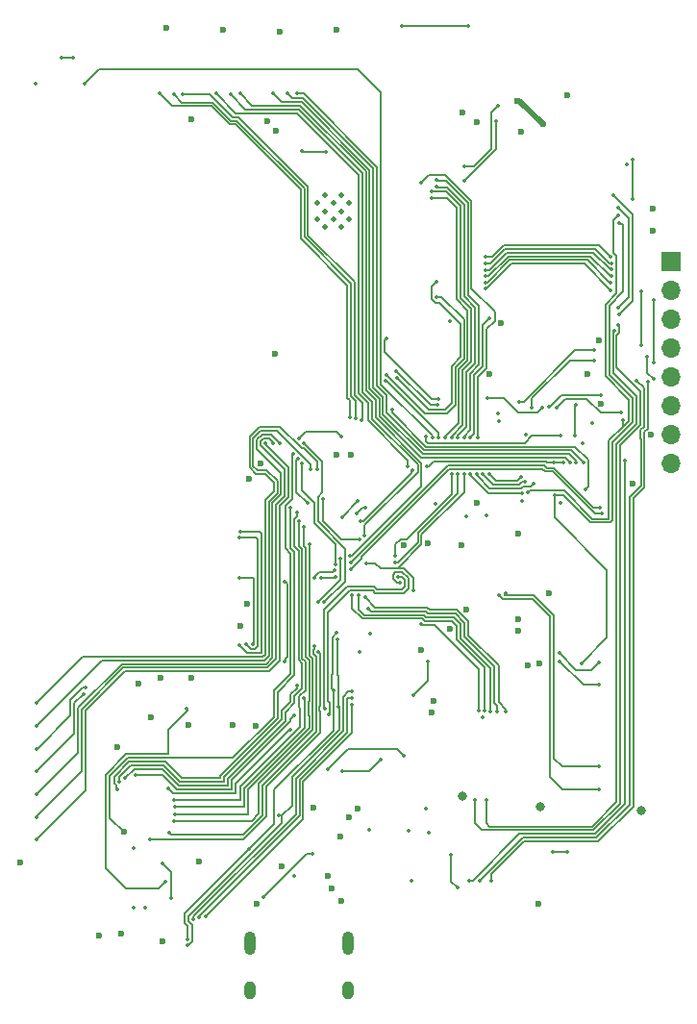
<source format=gbr>
%TF.GenerationSoftware,KiCad,Pcbnew,7.0.5*%
%TF.CreationDate,2023-10-05T13:47:36-07:00*%
%TF.ProjectId,EV9.5 Board Design,4556392e-3520-4426-9f61-726420446573,EV9*%
%TF.SameCoordinates,Original*%
%TF.FileFunction,Copper,L4,Bot*%
%TF.FilePolarity,Positive*%
%FSLAX46Y46*%
G04 Gerber Fmt 4.6, Leading zero omitted, Abs format (unit mm)*
G04 Created by KiCad (PCBNEW 7.0.5) date 2023-10-05 13:47:36*
%MOMM*%
%LPD*%
G01*
G04 APERTURE LIST*
%TA.AperFunction,ComponentPad*%
%ADD10R,1.700000X1.700000*%
%TD*%
%TA.AperFunction,ComponentPad*%
%ADD11O,1.700000X1.700000*%
%TD*%
%TA.AperFunction,ComponentPad*%
%ADD12C,0.500000*%
%TD*%
%TA.AperFunction,ComponentPad*%
%ADD13O,1.000000X2.100000*%
%TD*%
%TA.AperFunction,ComponentPad*%
%ADD14O,1.000000X1.600000*%
%TD*%
%TA.AperFunction,ViaPad*%
%ADD15C,0.600000*%
%TD*%
%TA.AperFunction,ViaPad*%
%ADD16C,0.350000*%
%TD*%
%TA.AperFunction,ViaPad*%
%ADD17C,0.800000*%
%TD*%
%TA.AperFunction,Conductor*%
%ADD18C,0.127000*%
%TD*%
%TA.AperFunction,Conductor*%
%ADD19C,0.500000*%
%TD*%
G04 APERTURE END LIST*
D10*
%TO.P,J4,1,Pin_1*%
%TO.N,/DISP_BL*%
X183087500Y-79885000D03*
D11*
%TO.P,J4,2,Pin_2*%
%TO.N,/DISP_RSTR*%
X183087500Y-82425000D03*
%TO.P,J4,3,Pin_3*%
%TO.N,/DISP_DC*%
X183087500Y-84965000D03*
%TO.P,J4,4,Pin_4*%
%TO.N,/DISP_CS*%
X183087500Y-87505000D03*
%TO.P,J4,5,Pin_5*%
%TO.N,/DISP_SPI_SCK*%
X183087500Y-90045000D03*
%TO.P,J4,6,Pin_6*%
%TO.N,/DISP_SPI_MOSI*%
X183087500Y-92585000D03*
%TO.P,J4,7,Pin_7*%
%TO.N,GND*%
X183087500Y-95125000D03*
%TO.P,J4,8,Pin_8*%
%TO.N,/VIN*%
X183087500Y-97665000D03*
%TD*%
D12*
%TO.P,U11,41*%
%TO.N,N/C*%
X151925000Y-74760000D03*
X151925000Y-76160000D03*
X152625000Y-74060000D03*
X152625000Y-75460000D03*
X152625000Y-76860000D03*
X153325000Y-74760000D03*
X153325000Y-76160000D03*
X154025000Y-74060000D03*
X154025000Y-75460000D03*
X154025000Y-76860000D03*
X154725000Y-74760000D03*
X154725000Y-76160000D03*
%TD*%
D13*
%TO.P,J9,S1,SHIELD*%
%TO.N,unconnected-(J9-SHIELD-PadS1)*%
X145967500Y-139916000D03*
D14*
X145967500Y-144096000D03*
D13*
X154607500Y-139916000D03*
D14*
X154607500Y-144096000D03*
%TD*%
D15*
%TO.N,+BATT*%
X144500000Y-120700000D03*
X136200000Y-117100000D03*
%TO.N,GND*%
X146500000Y-120800000D03*
D16*
%TO.N,/UI_SWDIO*%
X149052869Y-115108394D03*
%TO.N,/UI_SDA*%
X145905559Y-131605559D03*
D15*
%TO.N,Net-(D10-K)*%
X173910000Y-65250000D03*
X132660000Y-139270000D03*
D16*
%TO.N,/UI_DBG4*%
X145092974Y-104227044D03*
%TO.N,/UI_DBG3*%
X145140000Y-103680000D03*
X145095541Y-113668944D03*
%TO.N,/UI_DBG4*%
X145643910Y-113633664D03*
%TO.N,Net-(U1-PA12)*%
X145040000Y-107720000D03*
X146220287Y-113595000D03*
X138280000Y-132910000D03*
X139039500Y-135951500D03*
%TO.N,/UI_SCL*%
X153679500Y-113180000D03*
%TO.N,/UI_STAT*%
X172732224Y-97630500D03*
X173608724Y-97631867D03*
X160289115Y-98304115D03*
X161560000Y-97938000D03*
X155745287Y-102805287D03*
%TO.N,/MGMT_BOOT*%
X179028417Y-97417261D03*
X178872000Y-93860000D03*
X165260000Y-134404500D03*
X178429000Y-75861713D03*
X170490092Y-100207932D03*
D15*
%TO.N,+3.3VA*%
X169637500Y-112375000D03*
X163607500Y-112245000D03*
X170487500Y-115435000D03*
X161688500Y-104725500D03*
D16*
%TO.N,+3.3V*%
X165075500Y-102300000D03*
X156610000Y-112670000D03*
D15*
X164716000Y-66806500D03*
D16*
X173352000Y-101175500D03*
X161495000Y-128065000D03*
D15*
X148237000Y-68375000D03*
X162137500Y-118575000D03*
D17*
X171574000Y-127925000D03*
D15*
X155492500Y-128050000D03*
X148637500Y-59665000D03*
D16*
X166446962Y-120075538D03*
X161700000Y-130190000D03*
X162294936Y-101214500D03*
D15*
X181480000Y-75282500D03*
D16*
X160237500Y-134425000D03*
D15*
X138627500Y-59345000D03*
D16*
X167870000Y-93260000D03*
X135727878Y-136838556D03*
D15*
X134637500Y-139115000D03*
X176737000Y-86837500D03*
X143637500Y-59465000D03*
X145768287Y-110070000D03*
X153637500Y-59505000D03*
D16*
X176137500Y-94125000D03*
X166837500Y-102275000D03*
D15*
X145920000Y-99050000D03*
D16*
X169937500Y-100975000D03*
D15*
X153600000Y-96900000D03*
D16*
X136757500Y-136799500D03*
D15*
%TO.N,VBUS*%
X153197500Y-135115000D03*
X148800000Y-133125000D03*
X134300000Y-122700000D03*
D16*
X159987500Y-130025000D03*
D15*
%TO.N,GND*%
X175700000Y-89795000D03*
D16*
X149921225Y-133974500D03*
D15*
X154737500Y-128835000D03*
X169649706Y-111417206D03*
X146617500Y-136495000D03*
X162027997Y-119574503D03*
X151570500Y-127985023D03*
X169635000Y-103875000D03*
X148200000Y-88010000D03*
X125738000Y-132793750D03*
X181267500Y-95125000D03*
D17*
X164716000Y-126992000D03*
D15*
X171457500Y-115335000D03*
D16*
X167880000Y-93930000D03*
D15*
X171427500Y-136495000D03*
D16*
X179157500Y-71366000D03*
D15*
X154871898Y-96928102D03*
D16*
X170270000Y-95130000D03*
D15*
X138272313Y-139748000D03*
X140800000Y-67387500D03*
D16*
X156525500Y-129975000D03*
D15*
X141500000Y-132700000D03*
X164600000Y-104900000D03*
D16*
X135772500Y-131540000D03*
D15*
X145170000Y-112000000D03*
X181480000Y-77208000D03*
D17*
X180464000Y-128262000D03*
D15*
X140600000Y-120700000D03*
X159500000Y-104900000D03*
D16*
X155680000Y-114300000D03*
D15*
X140800000Y-116563000D03*
D16*
X127124000Y-64254000D03*
D15*
X167087500Y-89785000D03*
X165938378Y-101141541D03*
X165986000Y-67599500D03*
X146900000Y-97725000D03*
X147500000Y-67500000D03*
X154037500Y-136245000D03*
X161087500Y-114095000D03*
X138100000Y-116600000D03*
X137300000Y-120010000D03*
D16*
X175288000Y-95875000D03*
D15*
X176887000Y-92448000D03*
X172291250Y-109071250D03*
X152887500Y-134038000D03*
X165077500Y-110575000D03*
%TO.N,/VIN*%
X168100000Y-85300000D03*
X153957500Y-130555000D03*
X169837500Y-68435000D03*
X179717500Y-99450000D03*
D16*
%TO.N,/UI_SDA*%
X140462000Y-139565000D03*
X153610000Y-112624500D03*
X153327000Y-117631830D03*
%TO.N,/UI_SCL*%
X140462000Y-140114503D03*
X148538000Y-128700000D03*
X153765000Y-119130000D03*
%TO.N,/MCLK*%
X166098551Y-119450538D03*
X161029141Y-111844115D03*
X164831735Y-98611500D03*
X173352000Y-95242000D03*
X160363000Y-108824500D03*
X156249542Y-106456047D03*
X161480098Y-95329277D03*
%TO.N,/MGMT_NRST*%
X172787500Y-100500500D03*
X179722000Y-74414000D03*
X175197500Y-115265000D03*
X163717500Y-132165500D03*
X179722000Y-70891500D03*
X164247500Y-135035000D03*
X159382000Y-59174000D03*
X165224000Y-59174000D03*
X178473000Y-76500000D03*
%TO.N,/IN_3*%
X154994000Y-118923000D03*
X142087500Y-137595000D03*
X160357787Y-118100000D03*
X161612000Y-115115000D03*
%TO.N,/NET_RST*%
X166032500Y-95370000D03*
X161035000Y-73000000D03*
X150583839Y-70183839D03*
X152715713Y-70215713D03*
%TO.N,/UI_RST*%
X164282232Y-98611500D03*
X158800000Y-106400000D03*
%TO.N,/MIC_P*%
X140997500Y-137795000D03*
X154968365Y-117779800D03*
%TO.N,/LEDA_R*%
X174156692Y-97590822D03*
X148013000Y-65100000D03*
%TO.N,/DISP_BL*%
X150548204Y-97651087D03*
X177813367Y-80065838D03*
X153494000Y-106535401D03*
X166700000Y-80077145D03*
%TO.N,/DISP_RSTR*%
X181527500Y-83275000D03*
X181527500Y-88755000D03*
X177764713Y-81735287D03*
X166700000Y-81750497D03*
%TO.N,/LEDA_G*%
X174706194Y-97589729D03*
X149262000Y-65100000D03*
%TO.N,/LEDA_B*%
X150100000Y-65100000D03*
X175331261Y-97595369D03*
%TO.N,/KB_COL3*%
X149559500Y-121104643D03*
X138800000Y-126307000D03*
X152889000Y-119800000D03*
X159159925Y-108217153D03*
%TO.N,/KB_COL4*%
X159000000Y-107691437D03*
X152562000Y-119259001D03*
%TO.N,/DISP_DC*%
X166700000Y-80626644D03*
X177796668Y-80615087D03*
%TO.N,/DISP_CS*%
X150182077Y-97241326D03*
X180447500Y-87305000D03*
X177759286Y-79519004D03*
X180437109Y-82512104D03*
X151070993Y-101179806D03*
X166700000Y-79500000D03*
%TO.N,/DISP_SPI_SCK*%
X166700000Y-82300000D03*
X177734779Y-82479257D03*
%TO.N,/DISP_SPI_MOSI*%
X181562911Y-90264103D03*
X177813193Y-81164341D03*
X180997500Y-88327000D03*
X166700000Y-81200994D03*
%TO.N,/NET_TX0_MGMT*%
X166832002Y-127300500D03*
X178438038Y-83989536D03*
X164830634Y-95382208D03*
X178392500Y-75126500D03*
X178065000Y-86000000D03*
X167850000Y-66170000D03*
X164900000Y-71500000D03*
X162438000Y-72743625D03*
%TO.N,/KB_MIC*%
X149793497Y-96852792D03*
D15*
X134857500Y-130145000D03*
D16*
%TO.N,/NET_RX0_MGMT*%
X167100000Y-98611500D03*
X165832002Y-127300500D03*
X178473000Y-84574000D03*
X169858336Y-98862323D03*
X164281276Y-95394775D03*
X178432000Y-85465000D03*
X162438000Y-73293128D03*
X164900000Y-72800000D03*
X167704963Y-67564463D03*
X177954500Y-74040000D03*
%TO.N,/KB_ROW5*%
X139338367Y-129196376D03*
X151208392Y-104762595D03*
%TO.N,/KB_ROW1*%
X134338500Y-126410414D03*
X149580000Y-101568500D03*
%TO.N,/KB_ROW2*%
X134993235Y-125394183D03*
X150139063Y-102020937D03*
%TO.N,/KB_ROW3*%
X150310000Y-102760000D03*
X139338232Y-127338232D03*
%TO.N,/MIC_N*%
X154994000Y-118373592D03*
X141543070Y-137669494D03*
%TO.N,/KB_ROW4*%
X150750000Y-103240000D03*
X139357658Y-128557659D03*
%TO.N,/KB_ROW6*%
X151695000Y-113764883D03*
X138902308Y-130200000D03*
%TO.N,/KB_ROW7*%
X137217500Y-130825000D03*
X152022000Y-114280000D03*
%TO.N,/LEDB_R*%
X158478724Y-92977000D03*
X154771873Y-93625025D03*
X175513000Y-99975500D03*
X138013000Y-65100000D03*
%TO.N,/LEDB_G*%
X155319389Y-93665912D03*
X139262000Y-65200000D03*
%TO.N,Net-(D11-K)*%
X138579500Y-134479500D03*
X140400000Y-119300000D03*
X147190000Y-135870500D03*
X151508000Y-132072000D03*
%TO.N,/LEDB_B*%
X155825500Y-93879932D03*
X140100000Y-65200000D03*
%TO.N,/SPK_LN*%
X176762000Y-117195000D03*
X173237500Y-115105000D03*
%TO.N,/SPK_LP*%
X176762000Y-115175000D03*
X173247500Y-114395000D03*
%TO.N,/HP_R*%
X168533334Y-109146500D03*
X176762000Y-124375000D03*
%TO.N,/HP_L*%
X167947500Y-109255000D03*
X176762000Y-126375000D03*
%TO.N,/KB_COL5*%
X150764000Y-118369744D03*
X139357658Y-127938232D03*
%TO.N,/KB_COL2*%
X149879287Y-119841287D03*
X135889344Y-125117500D03*
D15*
%TO.N,Net-(J15-Pin_2)*%
X169487500Y-65725000D03*
X171817500Y-67835000D03*
D16*
%TO.N,/BTN_RST*%
X169951773Y-100318227D03*
X165381153Y-98619980D03*
X162038463Y-95369830D03*
X131442000Y-64254000D03*
%TO.N,/BTN_UI*%
X166490792Y-98611500D03*
X170220000Y-99295000D03*
X162000000Y-73750497D03*
X163731808Y-95388692D03*
%TO.N,/BTN_NET*%
X165930655Y-98620082D03*
X129410000Y-61968000D03*
X163182486Y-95402752D03*
X170987213Y-99442787D03*
X130426000Y-61968000D03*
X162000000Y-74300000D03*
%TO.N,/KB_COL1*%
X150110000Y-117200000D03*
X134491860Y-125668536D03*
%TO.N,/UI_BOOT*%
X152541919Y-109905499D03*
X150762000Y-95900000D03*
X157938000Y-90427000D03*
X162587906Y-95377906D03*
%TO.N,/UI_DBG1*%
X127168000Y-118800000D03*
X151912000Y-98210000D03*
%TO.N,/UI_LED_B*%
X151992417Y-109905988D03*
X145100000Y-65100000D03*
X153932000Y-106080000D03*
X154808861Y-105833361D03*
%TO.N,/NET_STAT*%
X174725500Y-92515962D03*
X158000000Y-86700000D03*
X162560000Y-91970000D03*
X174622000Y-95242000D03*
%TO.N,/UI_LED_G*%
X156100000Y-104050000D03*
X144262000Y-65200000D03*
%TO.N,/UI_TX1_MGMT*%
X153494000Y-107633929D03*
X154845500Y-107034396D03*
X152237350Y-107721367D03*
X177010000Y-102120000D03*
%TO.N,/UI_RX1_MGMT*%
X153478110Y-107084656D03*
X176780000Y-101550000D03*
X154845500Y-106415607D03*
X151687848Y-107721868D03*
%TO.N,/NET_BOOT*%
X167098500Y-84868934D03*
X165380000Y-95370000D03*
X163575787Y-85124213D03*
%TO.N,/UI_LED_R*%
X159892747Y-97923530D03*
X158800000Y-105800000D03*
X143013000Y-65120000D03*
X163732729Y-98611500D03*
%TO.N,/UI_DBG2*%
X151362621Y-98198360D03*
X127200000Y-120800000D03*
%TO.N,/UI_DBG3*%
X127200000Y-122800000D03*
X131490000Y-117412839D03*
%TO.N,/UI_DBG4*%
X127200000Y-124800000D03*
X131330000Y-117990000D03*
%TO.N,/MGMT_DBG7*%
X127200000Y-130800000D03*
X147374933Y-95904933D03*
X162534935Y-92518931D03*
X166929713Y-91959713D03*
X158884993Y-89515007D03*
X171757500Y-92765000D03*
%TO.N,/NET_DBG5*%
X158014569Y-89882858D03*
X162400000Y-83000000D03*
X127200000Y-126800000D03*
X148619352Y-95920983D03*
%TO.N,/NET_DBG6*%
X127200000Y-128800000D03*
X148004190Y-95922909D03*
X158925279Y-90174720D03*
X162400000Y-81700000D03*
%TO.N,/MGMT_SWDIO*%
X176275500Y-88595000D03*
X180057500Y-90415000D03*
X170807500Y-92787000D03*
X166237500Y-134405000D03*
%TO.N,/MGMT_SWCLK*%
X176275500Y-87685745D03*
X181055237Y-90474389D03*
X167267500Y-134405000D03*
X169700000Y-92230500D03*
%TO.N,/I2S_DACLRC*%
X155578859Y-109295000D03*
X167192939Y-119538388D03*
X155662000Y-104400500D03*
X152413000Y-100852306D03*
%TO.N,/UI_SWDIO*%
X172660573Y-131870000D03*
X149058787Y-108091787D03*
X173920000Y-131870000D03*
%TO.N,/UI_TX1_NET*%
X155385218Y-102054778D03*
X156140000Y-101570000D03*
%TO.N,/BOOT1*%
X154028212Y-95300000D03*
X150300000Y-95500000D03*
%TO.N,/UI_RX1_NET*%
X155509403Y-100944932D03*
X154128152Y-102390380D03*
%TO.N,/I2S_BCLK*%
X154959979Y-109295000D03*
X166647709Y-119469995D03*
%TO.N,/I2S_ADCDAT*%
X168527500Y-119515000D03*
X156120000Y-109490000D03*
%TO.N,/I2S_DACDAT*%
X167741086Y-119499818D03*
X156399308Y-110443192D03*
%TO.N,/USB_TX1_MGMT*%
X152817500Y-124635000D03*
X172336000Y-92702000D03*
X176908000Y-91686000D03*
X159527500Y-123417000D03*
%TO.N,/USB_RX1_MGMT*%
X178683000Y-93210000D03*
X154097500Y-124765000D03*
X172972781Y-92789278D03*
X157486000Y-123757000D03*
%TD*%
D18*
%TO.N,/LEDA_R*%
X148778500Y-65865500D02*
X148013000Y-65100000D01*
X150540604Y-65865500D02*
X148778500Y-65865500D01*
X156519000Y-71843896D02*
X150540604Y-65865500D01*
X156519000Y-91104889D02*
X156519000Y-71843896D01*
X157386224Y-93498620D02*
X157386224Y-91972113D01*
X173792500Y-97192500D02*
X161080104Y-97192500D01*
X157386224Y-91972113D02*
X156519000Y-91104889D01*
X174156692Y-97556692D02*
X173792500Y-97192500D01*
X161080104Y-97192500D02*
X157386224Y-93498620D01*
X174156692Y-97590822D02*
X174156692Y-97556692D01*
%TO.N,/DISP_BL*%
X150548204Y-100038204D02*
X150548204Y-97651087D01*
X151638520Y-101128520D02*
X150548204Y-100038204D01*
X151638520Y-102938520D02*
X151638520Y-101128520D01*
X153494000Y-104794000D02*
X151638520Y-102938520D01*
X153494000Y-106535401D02*
X153494000Y-104794000D01*
%TO.N,/I2S_DACLRC*%
X152413000Y-102770552D02*
X152413000Y-100852306D01*
X154042948Y-104400500D02*
X152413000Y-102770552D01*
X155662000Y-104400500D02*
X154042948Y-104400500D01*
%TO.N,/UI_BOOT*%
X151974500Y-100625500D02*
X152350000Y-100250000D01*
X152350000Y-97488000D02*
X150762000Y-95900000D01*
X151974500Y-102794500D02*
X151974500Y-100625500D01*
X152350000Y-100250000D02*
X152350000Y-97488000D01*
X154370000Y-108077418D02*
X154370000Y-105190000D01*
X152541919Y-109905499D02*
X154370000Y-108077418D01*
X154370000Y-105190000D02*
X151974500Y-102794500D01*
%TO.N,/KB_COL2*%
X135906844Y-125100000D02*
X135889344Y-125117500D01*
X139555444Y-126373000D02*
X138282444Y-125100000D01*
X144373000Y-126373000D02*
X139555444Y-126373000D01*
X138282444Y-125100000D02*
X135906844Y-125100000D01*
X144373000Y-125578649D02*
X144373000Y-126373000D01*
X149540000Y-120180574D02*
X149540000Y-120411649D01*
X149879287Y-119841287D02*
X149540000Y-120180574D01*
X149540000Y-120411649D02*
X144373000Y-125578649D01*
%TO.N,/KB_COL3*%
X139193000Y-126700000D02*
X138800000Y-126307000D01*
X144700000Y-126700000D02*
X139193000Y-126700000D01*
X144700000Y-125871782D02*
X144700000Y-126700000D01*
X149467139Y-121104643D02*
X144700000Y-125871782D01*
X149559500Y-121104643D02*
X149467139Y-121104643D01*
%TO.N,/UI_SWDIO*%
X149258000Y-108291000D02*
X149058787Y-108091787D01*
X149100000Y-114900000D02*
X149258000Y-114742000D01*
X149258000Y-114742000D02*
X149258000Y-108291000D01*
X149052869Y-115108394D02*
X149100000Y-115061263D01*
X149100000Y-115061263D02*
X149100000Y-114900000D01*
%TO.N,Net-(D11-K)*%
X137984000Y-135075000D02*
X138579500Y-134479500D01*
X135037500Y-135075000D02*
X137984000Y-135075000D01*
X133303500Y-133341000D02*
X135037500Y-135075000D01*
X133303500Y-125076441D02*
X133303500Y-133341000D01*
X135087941Y-123292000D02*
X133303500Y-125076441D01*
X138786684Y-121116406D02*
X138786684Y-123292000D01*
X140400000Y-119300000D02*
X140466590Y-119366590D01*
X138786684Y-123292000D02*
X135087941Y-123292000D01*
X140466590Y-119366590D02*
X140466590Y-119436500D01*
X140466590Y-119436500D02*
X138786684Y-121116406D01*
%TO.N,/KB_COL1*%
X134491860Y-125275425D02*
X134491860Y-125668536D01*
X138380340Y-124273000D02*
X135494285Y-124273000D01*
X139826340Y-125719000D02*
X138380340Y-124273000D01*
X143719000Y-125307753D02*
X143719000Y-125719000D01*
X149573000Y-118664552D02*
X148794500Y-119443052D01*
X148794500Y-119443052D02*
X148794500Y-120232253D01*
X149573000Y-118016971D02*
X149573000Y-118664552D01*
X150110000Y-117479971D02*
X149573000Y-118016971D01*
X148794500Y-120232253D02*
X143719000Y-125307753D01*
X135494285Y-124273000D02*
X134491860Y-125275425D01*
X150110000Y-117200000D02*
X150110000Y-117479971D01*
X143719000Y-125719000D02*
X139826340Y-125719000D01*
%TO.N,/KB_ROW2*%
X135787418Y-124600000D02*
X134993235Y-125394183D01*
X138244892Y-124600000D02*
X135787418Y-124600000D01*
X139690892Y-126046000D02*
X138244892Y-124600000D01*
X144046000Y-126046000D02*
X139690892Y-126046000D01*
X144046000Y-125443201D02*
X144046000Y-126046000D01*
X149121500Y-120367701D02*
X144046000Y-125443201D01*
X149121500Y-119578500D02*
X149121500Y-120367701D01*
X149900000Y-118800000D02*
X149121500Y-119578500D01*
X149900000Y-118152419D02*
X149900000Y-118800000D01*
X149871500Y-104970732D02*
X150268348Y-105367580D01*
X150268348Y-105367580D02*
X150268348Y-114996273D01*
X149871500Y-102578367D02*
X149871500Y-104970732D01*
X150548000Y-115275925D02*
X150548000Y-117504419D01*
X150128367Y-102321500D02*
X149871500Y-102578367D01*
X150548000Y-117504419D02*
X149900000Y-118152419D01*
X150268348Y-114996273D02*
X150548000Y-115275925D01*
X150128367Y-102031633D02*
X150128367Y-102321500D01*
X150139063Y-102020937D02*
X150128367Y-102031633D01*
%TO.N,/KB_ROW3*%
X145138000Y-127338232D02*
X139338232Y-127338232D01*
X145138000Y-126144992D02*
X145138000Y-127338232D01*
X150400000Y-120882992D02*
X145138000Y-126144992D01*
X150400000Y-119245133D02*
X150400000Y-120882992D01*
X150595348Y-114860825D02*
X150875000Y-115140477D01*
X150300000Y-118214867D02*
X150300000Y-119145133D01*
X150300000Y-119145133D02*
X150400000Y-119245133D01*
X150595348Y-105232132D02*
X150595348Y-114860825D01*
X150875000Y-117639867D02*
X150300000Y-118214867D01*
X150310000Y-104946784D02*
X150595348Y-105232132D01*
X150875000Y-115140477D02*
X150875000Y-117639867D01*
X150310000Y-102760000D02*
X150310000Y-104946784D01*
%TO.N,/KB_COL5*%
X145465000Y-126280440D02*
X145465000Y-127938232D01*
X150815500Y-120929940D02*
X145465000Y-126280440D01*
X145465000Y-127938232D02*
X139357658Y-127938232D01*
X150815500Y-118421244D02*
X150815500Y-120929940D01*
X150764000Y-118369744D02*
X150815500Y-118421244D01*
%TO.N,/KB_ROW4*%
X145792000Y-128557659D02*
X139357658Y-128557659D01*
X145792000Y-126415888D02*
X145792000Y-128557659D01*
X151202000Y-119906478D02*
X151202000Y-121005888D01*
X151142500Y-118671024D02*
X151142500Y-119846978D01*
X151202000Y-115005029D02*
X151202000Y-118611524D01*
X150922348Y-114725377D02*
X151202000Y-115005029D01*
X151202000Y-118611524D02*
X151142500Y-118671024D01*
X150750000Y-104924336D02*
X150922348Y-105096684D01*
X150922348Y-105096684D02*
X150922348Y-114725377D01*
X150750000Y-103240000D02*
X150750000Y-104924336D01*
X151202000Y-121005888D02*
X145792000Y-126415888D01*
X151142500Y-119846978D02*
X151202000Y-119906478D01*
%TO.N,/KB_ROW5*%
X146792000Y-128520656D02*
X146116280Y-129196376D01*
X146792000Y-125878336D02*
X146792000Y-128520656D01*
X151529000Y-121141336D02*
X146792000Y-125878336D01*
X151469500Y-119711530D02*
X151529000Y-119771030D01*
X151469500Y-118806472D02*
X151469500Y-119711530D01*
X146116280Y-129196376D02*
X139338367Y-129196376D01*
X151249348Y-114589929D02*
X151529000Y-114869581D01*
X151529000Y-119771030D02*
X151529000Y-121141336D01*
X151529000Y-114869581D02*
X151529000Y-118746972D01*
X151529000Y-118746972D02*
X151469500Y-118806472D01*
X151249348Y-104803551D02*
X151249348Y-114589929D01*
X151208392Y-104762595D02*
X151249348Y-104803551D01*
%TO.N,/KB_ROW6*%
X139087312Y-130385004D02*
X138902308Y-130200000D01*
X147119000Y-128656104D02*
X145390100Y-130385004D01*
X147119000Y-126013784D02*
X147119000Y-128656104D01*
X151796500Y-119576082D02*
X151856000Y-119635582D01*
X151856000Y-121276784D02*
X147119000Y-126013784D01*
X151856000Y-118882420D02*
X151796500Y-118941920D01*
X151583500Y-114461633D02*
X151856000Y-114734133D01*
X145390100Y-130385004D02*
X139087312Y-130385004D01*
X151695000Y-113986867D02*
X151583500Y-114098367D01*
X151583500Y-114098367D02*
X151583500Y-114461633D01*
X151856000Y-114734133D02*
X151856000Y-118882420D01*
X151695000Y-113764883D02*
X151695000Y-113986867D01*
X151856000Y-119635582D02*
X151856000Y-121276784D01*
X151796500Y-118941920D02*
X151796500Y-119576082D01*
%TO.N,/KB_ROW7*%
X145412552Y-130825000D02*
X137217500Y-130825000D01*
X147446000Y-128791552D02*
X145412552Y-130825000D01*
X152183000Y-121412232D02*
X147446000Y-126149232D01*
X152183000Y-119017868D02*
X152123500Y-119077368D01*
X152183000Y-119500134D02*
X152183000Y-121412232D01*
X152183000Y-114441000D02*
X152183000Y-119017868D01*
X152123500Y-119077368D02*
X152123500Y-119440634D01*
X147446000Y-126149232D02*
X147446000Y-128791552D01*
X152022000Y-114280000D02*
X152183000Y-114441000D01*
X152123500Y-119440634D02*
X152183000Y-119500134D01*
%TO.N,/KB_COL4*%
X159366541Y-107691437D02*
X159000000Y-107691437D01*
X159597500Y-107922396D02*
X159366541Y-107691437D01*
X159597500Y-108540053D02*
X159597500Y-107922396D01*
X159364552Y-108773000D02*
X159597500Y-108540053D01*
X157165367Y-108773000D02*
X159364552Y-108773000D01*
X154546844Y-108520000D02*
X156912367Y-108520000D01*
X152510000Y-110556844D02*
X154546844Y-108520000D01*
X152510000Y-119207001D02*
X152510000Y-110556844D01*
X156912367Y-108520000D02*
X157165367Y-108773000D01*
X152562000Y-119259001D02*
X152510000Y-119207001D01*
%TO.N,/KB_COL3*%
X158905583Y-108217153D02*
X159159925Y-108217153D01*
X158561500Y-107873070D02*
X158905583Y-108217153D01*
X158561500Y-107475000D02*
X158561500Y-107873070D01*
X158800000Y-107236500D02*
X158561500Y-107475000D01*
X159924500Y-107786948D02*
X159374052Y-107236500D01*
X159924500Y-108675501D02*
X159924500Y-107786948D01*
X159500000Y-109100000D02*
X159924500Y-108675501D01*
X154778346Y-108856500D02*
X156786419Y-108856500D01*
X156786419Y-108856500D02*
X157029919Y-109100000D01*
X159374052Y-107236500D02*
X158800000Y-107236500D01*
X157029919Y-109100000D02*
X159500000Y-109100000D01*
X152837000Y-110797846D02*
X154778346Y-108856500D01*
X153000000Y-118724867D02*
X152837000Y-118561867D01*
X152837000Y-118561867D02*
X152837000Y-110797846D01*
X152889000Y-119800000D02*
X153000000Y-119689000D01*
X153000000Y-119689000D02*
X153000000Y-118724867D01*
%TO.N,/UI_SDA*%
X148100000Y-129411118D02*
X145905559Y-131605559D01*
X148100000Y-126420128D02*
X148100000Y-129411118D01*
X153327000Y-121193128D02*
X148100000Y-126420128D01*
X153327000Y-117631830D02*
X153327000Y-121193128D01*
X153190000Y-116306198D02*
X153241500Y-116254698D01*
X153241500Y-116254698D02*
X153241500Y-112993000D01*
X153190000Y-117494830D02*
X153190000Y-116306198D01*
X153327000Y-117631830D02*
X153190000Y-117494830D01*
X153241500Y-112993000D02*
X153610000Y-112624500D01*
%TO.N,/KB_ROW1*%
X134207500Y-126279414D02*
X134338500Y-126410414D01*
X134207500Y-126004309D02*
X134207500Y-126279414D01*
X134053360Y-125850169D02*
X134207500Y-126004309D01*
X134053360Y-125251477D02*
X134053360Y-125850169D01*
X135358837Y-123946000D02*
X134053360Y-125251477D01*
X138515788Y-123946000D02*
X135358837Y-123946000D01*
X139961788Y-125392000D02*
X138515788Y-123946000D01*
X143392000Y-125392000D02*
X139961788Y-125392000D01*
X149912000Y-116350448D02*
X148425578Y-117836870D01*
X148425578Y-117836870D02*
X148425578Y-120138727D01*
X148425578Y-120138727D02*
X143392000Y-125172305D01*
X149912000Y-105473680D02*
X149912000Y-116350448D01*
X149544500Y-105106180D02*
X149912000Y-105473680D01*
X143392000Y-125172305D02*
X143392000Y-125392000D01*
X149580000Y-101568500D02*
X149544500Y-101604000D01*
X149544500Y-101604000D02*
X149544500Y-105106180D01*
%TO.N,/KB_MIC*%
X133630500Y-128918000D02*
X134857500Y-130145000D01*
X133630500Y-125211889D02*
X133630500Y-128918000D01*
X135223389Y-123619000D02*
X133630500Y-125211889D01*
X144482857Y-123619000D02*
X135223389Y-123619000D01*
X148098578Y-120003279D02*
X144482857Y-123619000D01*
X149585000Y-116215000D02*
X148098578Y-117701422D01*
X149585000Y-105609128D02*
X149585000Y-116215000D01*
X149720000Y-100808367D02*
X149141500Y-101386867D01*
X149141500Y-101386867D02*
X149141500Y-105165628D01*
X149141500Y-105165628D02*
X149585000Y-105609128D01*
X149720000Y-96926289D02*
X149720000Y-100808367D01*
X148098578Y-117701422D02*
X148098578Y-120003279D01*
X149793497Y-96852792D02*
X149720000Y-96926289D01*
%TO.N,/UI_SDA*%
X145905559Y-131605559D02*
X140232000Y-137279118D01*
%TO.N,/NET_DBG6*%
X127200000Y-128770000D02*
X127200000Y-128800000D01*
X131173000Y-124797000D02*
X127200000Y-128770000D01*
X131173000Y-119324552D02*
X131173000Y-124797000D01*
X134824552Y-115673000D02*
X131173000Y-119324552D01*
X140887345Y-115673000D02*
X134824552Y-115673000D01*
X140890845Y-115669500D02*
X140887345Y-115673000D01*
X147528052Y-115669500D02*
X140890845Y-115669500D01*
X148293287Y-114904265D02*
X147528052Y-115669500D01*
X148293287Y-101310184D02*
X148293287Y-114904265D01*
X149066000Y-100537471D02*
X148293287Y-101310184D01*
X146936433Y-95723300D02*
X146936433Y-96086566D01*
X149066000Y-98216133D02*
X149066000Y-100537471D01*
X148004190Y-95804190D02*
X147649000Y-95449000D01*
X147210733Y-95449000D02*
X146936433Y-95723300D01*
X146936433Y-96086566D02*
X149066000Y-98216133D01*
X148004190Y-95922909D02*
X148004190Y-95804190D01*
X147649000Y-95449000D02*
X147210733Y-95449000D01*
%TO.N,/UI_DBG4*%
X146401920Y-114033500D02*
X146658287Y-113777133D01*
X146658287Y-113777133D02*
X146658287Y-104358287D01*
X146038654Y-114033500D02*
X146401920Y-114033500D01*
X146527044Y-104227044D02*
X145092974Y-104227044D01*
X145781787Y-113776633D02*
X146038654Y-114033500D01*
X145781787Y-113771541D02*
X145781787Y-113776633D01*
X145643910Y-113633664D02*
X145781787Y-113771541D01*
X146658287Y-104358287D02*
X146527044Y-104227044D01*
%TO.N,Net-(U1-PA12)*%
X146220000Y-107720000D02*
X145040000Y-107720000D01*
X146331287Y-107831287D02*
X146220000Y-107720000D01*
X146331287Y-113484000D02*
X146331287Y-107831287D01*
X146220287Y-113595000D02*
X146331287Y-113484000D01*
%TO.N,/UI_DBG3*%
X146815287Y-103680000D02*
X145140000Y-103680000D01*
X146985287Y-103850000D02*
X146815287Y-103680000D01*
X146985287Y-114361500D02*
X146985287Y-103850000D01*
X145751613Y-114361500D02*
X146985287Y-114361500D01*
X145205410Y-113815297D02*
X145751613Y-114361500D01*
X145205410Y-113778813D02*
X145205410Y-113815297D01*
X145095541Y-113668944D02*
X145205410Y-113778813D01*
%TO.N,/UI_DBG1*%
X131275500Y-114692000D02*
X127167500Y-118800000D01*
X140481001Y-114692000D02*
X131275500Y-114692000D01*
X140484501Y-114688500D02*
X140481001Y-114692000D01*
X147121708Y-114688500D02*
X140484501Y-114688500D01*
X147312287Y-114497921D02*
X147121708Y-114688500D01*
X147312287Y-100903840D02*
X147312287Y-114497921D01*
X148085000Y-100131128D02*
X147312287Y-100903840D01*
X148085000Y-99377448D02*
X148085000Y-100131128D01*
X147323052Y-98615500D02*
X148085000Y-99377448D01*
X146531142Y-98615500D02*
X147323052Y-98615500D01*
X145955433Y-95316956D02*
X145955433Y-98039791D01*
X146804390Y-94468000D02*
X145955433Y-95316956D01*
X148647867Y-94468000D02*
X146804390Y-94468000D01*
X145955433Y-98039791D02*
X146531142Y-98615500D01*
X150738052Y-96338500D02*
X150518367Y-96338500D01*
X151912000Y-97512448D02*
X150738052Y-96338500D01*
X150518367Y-96338500D02*
X148647867Y-94468000D01*
X151912000Y-98210000D02*
X151912000Y-97512448D01*
%TO.N,/UI_DBG2*%
X132981000Y-115019000D02*
X127200000Y-120800000D01*
X140616449Y-115019000D02*
X132981000Y-115019000D01*
X140619949Y-115015500D02*
X140616449Y-115019000D01*
X147639287Y-114633369D02*
X147257156Y-115015500D01*
X147639287Y-101039288D02*
X147639287Y-114633369D01*
X148412000Y-100266575D02*
X147639287Y-101039288D01*
X147257156Y-115015500D02*
X140619949Y-115015500D01*
X148412000Y-99242000D02*
X148412000Y-100266575D01*
X147458500Y-98288500D02*
X148412000Y-99242000D01*
X146282433Y-95452404D02*
X146282433Y-97904343D01*
X146939837Y-94795000D02*
X146282433Y-95452404D01*
X146282433Y-97904343D02*
X146666590Y-98288500D01*
X146666590Y-98288500D02*
X147458500Y-98288500D01*
X148355132Y-94795000D02*
X146939837Y-94795000D01*
X151362621Y-97802489D02*
X148355132Y-94795000D01*
X151362621Y-98198360D02*
X151362621Y-97802489D01*
%TO.N,/NET_DBG5*%
X130846000Y-123154000D02*
X127200000Y-126800000D01*
X130846000Y-119189104D02*
X130846000Y-123154000D01*
X134689104Y-115346000D02*
X130846000Y-119189104D01*
X140751897Y-115346000D02*
X134689104Y-115346000D01*
X140755397Y-115342500D02*
X140751897Y-115346000D01*
X147392604Y-115342500D02*
X140755397Y-115342500D01*
X147966287Y-114768817D02*
X147392604Y-115342500D01*
X147966287Y-101174736D02*
X147966287Y-114768817D01*
X148739000Y-98524344D02*
X148739000Y-100402023D01*
X147075285Y-95122000D02*
X146609433Y-95587852D01*
X147822707Y-95122000D02*
X147075285Y-95122000D01*
X148619352Y-95918645D02*
X147822707Y-95122000D01*
X146609433Y-95587852D02*
X146609433Y-96394777D01*
X146609433Y-96394777D02*
X148739000Y-98524344D01*
X148619352Y-95920983D02*
X148619352Y-95918645D01*
X148739000Y-100402023D02*
X147966287Y-101174736D01*
%TO.N,/MGMT_DBG7*%
X131500000Y-119460000D02*
X131500000Y-126500000D01*
X134960000Y-116000000D02*
X131500000Y-119460000D01*
X141022793Y-116000000D02*
X134960000Y-116000000D01*
X148620287Y-115039713D02*
X147663500Y-115996500D01*
X147663500Y-115996500D02*
X141026293Y-115996500D01*
X141026293Y-115996500D02*
X141022793Y-116000000D01*
X149393000Y-100672919D02*
X148620287Y-101445632D01*
X149393000Y-97993000D02*
X149393000Y-100672919D01*
X147374933Y-95974933D02*
X149393000Y-97993000D01*
X131500000Y-126500000D02*
X127200000Y-130800000D01*
X148620287Y-101445632D02*
X148620287Y-115039713D01*
X147374933Y-95904933D02*
X147374933Y-95974933D01*
%TO.N,/UI_RX1_MGMT*%
X153423140Y-107084656D02*
X153478110Y-107084656D01*
X152078584Y-107260000D02*
X153247796Y-107260000D01*
X151687848Y-107721868D02*
X151687848Y-107650736D01*
X151687848Y-107650736D02*
X152078584Y-107260000D01*
X153247796Y-107260000D02*
X153423140Y-107084656D01*
%TO.N,/UI_TX1_MGMT*%
X152237350Y-107721367D02*
X153406562Y-107721367D01*
X153406562Y-107721367D02*
X153494000Y-107633929D01*
%TO.N,/UI_LED_B*%
X151992417Y-109834868D02*
X151992417Y-109905988D01*
X153932000Y-106080000D02*
X153932000Y-107895285D01*
X153932000Y-107895285D02*
X151992417Y-109834868D01*
%TO.N,/UI_TX1_MGMT*%
X176347552Y-102120000D02*
X177010000Y-102120000D01*
X171986000Y-98396000D02*
X172623552Y-98396000D01*
X171763500Y-98173500D02*
X171986000Y-98396000D01*
X172623552Y-98396000D02*
X176347552Y-102120000D01*
X155811042Y-105913054D02*
X163550596Y-98173500D01*
X163550596Y-98173500D02*
X171763500Y-98173500D01*
X155811042Y-106068958D02*
X155811042Y-105913054D01*
X154845604Y-107034396D02*
X155811042Y-106068958D01*
X154845500Y-107034396D02*
X154845604Y-107034396D01*
%TO.N,/UI_RX1_MGMT*%
X176240000Y-101550000D02*
X176780000Y-101550000D01*
X171898948Y-97846500D02*
X172121448Y-98069000D01*
X163415148Y-97846500D02*
X171898948Y-97846500D01*
X172121448Y-98069000D02*
X172759000Y-98069000D01*
X154846041Y-106415607D02*
X163415148Y-97846500D01*
X172759000Y-98069000D02*
X176240000Y-101550000D01*
X154845500Y-106415607D02*
X154846041Y-106415607D01*
%TO.N,/UI_LED_B*%
X146192500Y-66192500D02*
X145100000Y-65100000D01*
X156192000Y-71979344D02*
X150405156Y-66192500D01*
X156192000Y-91240337D02*
X156192000Y-71979344D01*
X157059224Y-92107561D02*
X156192000Y-91240337D01*
X157059224Y-93634068D02*
X157059224Y-92107561D01*
X154808861Y-105833361D02*
X154965839Y-105833361D01*
X154965839Y-105833361D02*
X161090000Y-99709200D01*
X161090000Y-99709200D02*
X161090000Y-97664844D01*
X161090000Y-97664844D02*
X157059224Y-93634068D01*
X150405156Y-66192500D02*
X146192500Y-66192500D01*
%TO.N,/DISP_CS*%
X150080000Y-100188813D02*
X150080000Y-97343403D01*
X151070993Y-101179806D02*
X150080000Y-100188813D01*
X150080000Y-97343403D02*
X150182077Y-97241326D01*
%TO.N,Net-(U1-PA12)*%
X138280000Y-132910000D02*
X139039500Y-133669500D01*
X139039500Y-133669500D02*
X139039500Y-135951500D01*
%TO.N,/UI_DBG3*%
X127250000Y-122800000D02*
X127200000Y-122800000D01*
X130192000Y-119858000D02*
X127250000Y-122800000D01*
X130192000Y-118507867D02*
X130192000Y-119858000D01*
X131287028Y-117412839D02*
X130192000Y-118507867D01*
X131490000Y-117412839D02*
X131287028Y-117412839D01*
%TO.N,/UI_SCL*%
X153679500Y-116333250D02*
X153765000Y-116418750D01*
X153679500Y-113180000D02*
X153679500Y-116333250D01*
X153765000Y-116418750D02*
X153765000Y-119130000D01*
%TO.N,/UI_LED_G*%
X145581500Y-66519500D02*
X144262000Y-65200000D01*
X150269708Y-66519500D02*
X145581500Y-66519500D01*
X155865000Y-72114792D02*
X150269708Y-66519500D01*
X155865000Y-91375785D02*
X155865000Y-72114792D01*
X156732224Y-92243009D02*
X155865000Y-91375785D01*
X156732224Y-93769516D02*
X156732224Y-92243009D01*
X160763000Y-97800292D02*
X156732224Y-93769516D01*
X156100000Y-104050000D02*
X156100000Y-103112656D01*
X156100000Y-103112656D02*
X160763000Y-98449656D01*
X160763000Y-98449656D02*
X160763000Y-97800292D01*
%TO.N,/I2S_BCLK*%
X166647709Y-115612761D02*
X166647709Y-119469995D01*
X164226000Y-113191052D02*
X166647709Y-115612761D01*
X164226000Y-111993500D02*
X164226000Y-113191052D01*
X163805547Y-111573047D02*
X164226000Y-111993500D01*
X161377500Y-111573047D02*
X163805547Y-111573047D01*
X161155000Y-111350547D02*
X161377500Y-111573047D01*
X155860547Y-111350547D02*
X161155000Y-111350547D01*
X154959979Y-109295000D02*
X154959979Y-110449979D01*
X154959979Y-110449979D02*
X155860547Y-111350547D01*
%TO.N,/I2S_DACLRC*%
X167192939Y-115695543D02*
X167192939Y-119538388D01*
X164553000Y-113055604D02*
X167192939Y-115695543D01*
X164553000Y-111858052D02*
X164553000Y-113055604D01*
X163940995Y-111246047D02*
X164553000Y-111858052D01*
X161512948Y-111246047D02*
X163940995Y-111246047D01*
X161290448Y-111023547D02*
X161512948Y-111246047D01*
X155578859Y-110528859D02*
X156073547Y-111023547D01*
X155578859Y-109295000D02*
X155578859Y-110528859D01*
X156073547Y-111023547D02*
X161290448Y-111023547D01*
%TO.N,/I2S_ADCDAT*%
X168527500Y-119320113D02*
X168527500Y-119515000D01*
X167876534Y-118669147D02*
X168527500Y-119320113D01*
X167876534Y-115454242D02*
X167876534Y-118669147D01*
X165228172Y-112805880D02*
X167876534Y-115454242D01*
X165228172Y-111608328D02*
X165228172Y-112805880D01*
X164211891Y-110592047D02*
X165228172Y-111608328D01*
X161802948Y-110592047D02*
X164211891Y-110592047D01*
X161580448Y-110369547D02*
X161802948Y-110592047D01*
X156999547Y-110369547D02*
X161580448Y-110369547D01*
X156120000Y-109490000D02*
X156999547Y-110369547D01*
%TO.N,/UI_RX1_NET*%
X155509403Y-101009129D02*
X154128152Y-102390380D01*
X155509403Y-100944932D02*
X155509403Y-101009129D01*
%TO.N,/UI_STAT*%
X160190104Y-98403126D02*
X160289115Y-98304115D01*
X160190104Y-98560104D02*
X160190104Y-98403126D01*
X155944921Y-102805287D02*
X160190104Y-98560104D01*
X155745287Y-102805287D02*
X155944921Y-102805287D01*
%TO.N,/UI_TX1_NET*%
X155385218Y-102054778D02*
X155869996Y-101570000D01*
X155869996Y-101570000D02*
X156140000Y-101570000D01*
%TO.N,/MCLK*%
X157479500Y-106909500D02*
X158283000Y-106909500D01*
X157026047Y-106456047D02*
X157479500Y-106909500D01*
X156249542Y-106456047D02*
X157026047Y-106456047D01*
%TO.N,/UI_LED_R*%
X158800000Y-104803090D02*
X158800000Y-105800000D01*
X159791693Y-104336500D02*
X159266590Y-104336500D01*
X159266590Y-104336500D02*
X158800000Y-104803090D01*
X163740000Y-100388193D02*
X159791693Y-104336500D01*
X163740000Y-98618771D02*
X163740000Y-100388193D01*
X163732729Y-98611500D02*
X163740000Y-98618771D01*
%TO.N,/UI_RST*%
X159040052Y-106400000D02*
X158800000Y-106400000D01*
X160773000Y-103817641D02*
X160773000Y-104667052D01*
X160773000Y-104667052D02*
X159040052Y-106400000D01*
X164282232Y-100308409D02*
X160773000Y-103817641D01*
X164282232Y-98611500D02*
X164282232Y-100308409D01*
%TO.N,/I2S_DACDAT*%
X167741086Y-118996147D02*
X167741086Y-119499818D01*
X167519939Y-118775000D02*
X167741086Y-118996147D01*
X164901172Y-111743776D02*
X164901172Y-112941328D01*
X164901172Y-112941328D02*
X167519939Y-115560095D01*
X164076443Y-110919047D02*
X164901172Y-111743776D01*
X161667500Y-110919047D02*
X164076443Y-110919047D01*
X161445000Y-110696547D02*
X161667500Y-110919047D01*
X156652663Y-110696547D02*
X161445000Y-110696547D01*
X156399308Y-110443192D02*
X156652663Y-110696547D01*
X167519939Y-115560095D02*
X167519939Y-118775000D01*
%TO.N,/MCLK*%
X161100000Y-104802500D02*
X158993000Y-106909500D01*
X158993000Y-106909500D02*
X158283000Y-106909500D01*
X161100000Y-103953089D02*
X161100000Y-104802500D01*
X164831735Y-100221354D02*
X161100000Y-103953089D01*
X164831735Y-98611500D02*
X164831735Y-100221354D01*
%TO.N,/BTN_RST*%
X165492155Y-98801715D02*
X167008667Y-100318227D01*
X165492155Y-98730982D02*
X165492155Y-98801715D01*
X167008667Y-100318227D02*
X169951773Y-100318227D01*
X165381153Y-98619980D02*
X165492155Y-98730982D01*
%TO.N,/BTN_NET*%
X170697000Y-99733000D02*
X170987213Y-99442787D01*
X169895209Y-99853000D02*
X170015209Y-99733000D01*
X170015209Y-99733000D02*
X170697000Y-99733000D01*
X166052292Y-98793133D02*
X167112159Y-99853000D01*
X165930655Y-98620082D02*
X166052292Y-98741719D01*
X167112159Y-99853000D02*
X169895209Y-99853000D01*
X166052292Y-98741719D02*
X166052292Y-98793133D01*
%TO.N,/BTN_UI*%
X169926419Y-99295000D02*
X170220000Y-99295000D01*
X167394367Y-99526000D02*
X169695419Y-99526000D01*
X166661500Y-98793133D02*
X167394367Y-99526000D01*
X166490792Y-98611500D02*
X166661500Y-98782208D01*
X166661500Y-98782208D02*
X166661500Y-98793133D01*
X169695419Y-99526000D02*
X169926419Y-99295000D01*
%TO.N,/NET_RX0_MGMT*%
X169521659Y-99199000D02*
X169858336Y-98862323D01*
X167100000Y-98611500D02*
X167687500Y-99199000D01*
X167687500Y-99199000D02*
X169521659Y-99199000D01*
%TO.N,/UI_STAT*%
X172145396Y-97630500D02*
X172034396Y-97519500D01*
X172034396Y-97519500D02*
X162155604Y-97519500D01*
X162155604Y-97519500D02*
X161737104Y-97938000D01*
X173607357Y-97630500D02*
X172145396Y-97630500D01*
X161737104Y-97938000D02*
X161560000Y-97938000D01*
X173608724Y-97631867D02*
X173607357Y-97630500D01*
%TO.N,/LEDB_R*%
X158478724Y-93203776D02*
X158478724Y-92977000D01*
X161486448Y-96211500D02*
X158478724Y-93203776D01*
X175769261Y-97366761D02*
X174614000Y-96211500D01*
X175769261Y-99719239D02*
X175769261Y-97366761D01*
X174614000Y-96211500D02*
X161486448Y-96211500D01*
X175513000Y-99975500D02*
X175769261Y-99719239D01*
%TO.N,/LEDA_G*%
X149700500Y-65538500D02*
X149262000Y-65100000D01*
X150676052Y-65538500D02*
X149700500Y-65538500D01*
X157713224Y-91836665D02*
X156846000Y-90969441D01*
X156846000Y-71708448D02*
X150676052Y-65538500D01*
X161215552Y-96865500D02*
X157713224Y-93363172D01*
X156846000Y-90969441D02*
X156846000Y-71708448D01*
X174706194Y-97432750D02*
X174138944Y-96865500D01*
X174706194Y-97589729D02*
X174706194Y-97432750D01*
X174138944Y-96865500D02*
X161215552Y-96865500D01*
X157713224Y-93363172D02*
X157713224Y-91836665D01*
%TO.N,/LEDA_B*%
X150700000Y-65100000D02*
X150100000Y-65100000D01*
X157173000Y-71573000D02*
X150700000Y-65100000D01*
X157173000Y-90833993D02*
X157173000Y-71573000D01*
X158040224Y-91701217D02*
X157173000Y-90833993D01*
X158040224Y-93227724D02*
X158040224Y-91701217D01*
X174274392Y-96538500D02*
X161351000Y-96538500D01*
X175331261Y-97595369D02*
X174274392Y-96538500D01*
X161351000Y-96538500D02*
X158040224Y-93227724D01*
%TO.N,/MGMT_BOOT*%
X177602156Y-102558500D02*
X177602156Y-95681194D01*
X176134687Y-102558500D02*
X177602156Y-102558500D01*
X173636187Y-100060000D02*
X176134687Y-102558500D01*
X170490092Y-100207932D02*
X170638024Y-100060000D01*
X170638024Y-100060000D02*
X173636187Y-100060000D01*
X177602156Y-95681194D02*
X178881675Y-94401675D01*
%TO.N,/MGMT_NRST*%
X177439000Y-107117902D02*
X177439000Y-113023500D01*
X172787500Y-102466402D02*
X177439000Y-107117902D01*
X172787500Y-100500500D02*
X172787500Y-102466402D01*
X178573000Y-76600000D02*
X178473000Y-76500000D01*
X178867000Y-76600000D02*
X178573000Y-76600000D01*
X178867000Y-82569448D02*
X178867000Y-76600000D01*
X177627000Y-83809448D02*
X178867000Y-82569448D01*
X177627000Y-89864552D02*
X177627000Y-83809448D01*
X179692000Y-91929552D02*
X177627000Y-89864552D01*
X179692000Y-94053798D02*
X179692000Y-91929552D01*
X177929156Y-95816642D02*
X179692000Y-94053798D01*
X177439000Y-113023500D02*
X175197500Y-115265000D01*
X177766000Y-102885500D02*
X177766000Y-102857104D01*
X177766000Y-102857104D02*
X177929156Y-102693948D01*
X175999239Y-102885500D02*
X177766000Y-102885500D01*
X173614239Y-100500500D02*
X175999239Y-102885500D01*
X172787500Y-100500500D02*
X173614239Y-100500500D01*
X177929156Y-102693948D02*
X177929156Y-95816642D01*
%TO.N,/UI_LED_R*%
X150134260Y-66846500D02*
X144739500Y-66846500D01*
X155538000Y-72250240D02*
X150134260Y-66846500D01*
X155538000Y-91511233D02*
X155538000Y-72250240D01*
X156405224Y-93904964D02*
X156405224Y-92378457D01*
X159892747Y-97392487D02*
X156405224Y-93904964D01*
X156405224Y-92378457D02*
X155538000Y-91511233D01*
X144739500Y-66846500D02*
X143013000Y-65120000D01*
X159892747Y-97923530D02*
X159892747Y-97392487D01*
%TO.N,/MGMT_BOOT*%
X176369344Y-130308000D02*
X179028417Y-127648927D01*
X169714367Y-130308000D02*
X176369344Y-130308000D01*
X179028417Y-127648927D02*
X179028417Y-97417261D01*
X165260000Y-134404500D02*
X165617867Y-134404500D01*
X165617867Y-134404500D02*
X169714367Y-130308000D01*
%TO.N,/MGMT_SWCLK*%
X167267500Y-133837448D02*
X167267500Y-134405000D01*
X170142948Y-130962000D02*
X167267500Y-133837448D01*
X176640240Y-130962000D02*
X170142948Y-130962000D01*
X179728000Y-127874240D02*
X176640240Y-130962000D01*
X179728000Y-100772000D02*
X179728000Y-127874240D01*
X180734500Y-99765500D02*
X179728000Y-100772000D01*
X180704000Y-94891590D02*
X180704000Y-95358410D01*
X181000000Y-90529626D02*
X181000000Y-94595590D01*
X180734500Y-95388910D02*
X180734500Y-99765500D01*
X181055237Y-90474389D02*
X181000000Y-90529626D01*
X181000000Y-94595590D02*
X180704000Y-94891590D01*
X180704000Y-95358410D02*
X180734500Y-95388910D01*
%TO.N,/MGMT_SWDIO*%
X180673000Y-91030500D02*
X180057500Y-90415000D01*
X180673000Y-94460142D02*
X180673000Y-91030500D01*
X180377000Y-94756142D02*
X180673000Y-94460142D01*
X180377000Y-95493858D02*
X180377000Y-94756142D01*
X180407500Y-95524358D02*
X180377000Y-95493858D01*
X180407500Y-99630052D02*
X180407500Y-95524358D01*
X179401000Y-100636552D02*
X180407500Y-99630052D01*
X179401000Y-127738792D02*
X179401000Y-100636552D01*
X176504792Y-130635000D02*
X179401000Y-127738792D01*
X166237500Y-134405000D02*
X170007500Y-130635000D01*
X170007500Y-130635000D02*
X176504792Y-130635000D01*
%TO.N,/NET_TX0_MGMT*%
X166806292Y-127326210D02*
X166832002Y-127300500D01*
X166806292Y-129373792D02*
X166806292Y-127326210D01*
X167086500Y-129654000D02*
X166806292Y-129373792D01*
X178256156Y-127496292D02*
X176098448Y-129654000D01*
X180019000Y-94189246D02*
X178256156Y-95952090D01*
X180019000Y-91794104D02*
X180019000Y-94189246D01*
X178256156Y-95952090D02*
X178256156Y-127496292D01*
X177954000Y-89729104D02*
X180019000Y-91794104D01*
X177954000Y-86111000D02*
X177954000Y-89729104D01*
X176098448Y-129654000D02*
X167086500Y-129654000D01*
X178065000Y-86000000D02*
X177954000Y-86111000D01*
%TO.N,/NET_RX0_MGMT*%
X165806790Y-127325712D02*
X165832002Y-127300500D01*
X165806790Y-129374290D02*
X165806790Y-127325712D01*
X166413500Y-129981000D02*
X165806790Y-129374290D01*
X176233896Y-129981000D02*
X166413500Y-129981000D01*
X178583156Y-127631740D02*
X176233896Y-129981000D01*
X180346000Y-91323633D02*
X180346000Y-94324694D01*
X180346000Y-94324694D02*
X178583156Y-96087538D01*
X178583156Y-96087538D02*
X178583156Y-127631740D01*
X178281000Y-86404133D02*
X178281000Y-89258633D01*
X178503500Y-85536500D02*
X178503500Y-86181633D01*
X178503500Y-86181633D02*
X178281000Y-86404133D01*
X178281000Y-89258633D02*
X180346000Y-91323633D01*
X178432000Y-85465000D02*
X178503500Y-85536500D01*
%TO.N,/MGMT_BOOT*%
X178872000Y-94392000D02*
X178881675Y-94401675D01*
X178872000Y-93860000D02*
X178872000Y-94392000D01*
X179365000Y-93918350D02*
X178881675Y-94401675D01*
X179365000Y-92065000D02*
X179365000Y-93918350D01*
X178251867Y-82722133D02*
X177300000Y-83674000D01*
X178000000Y-76290713D02*
X178000000Y-79139585D01*
X178251867Y-79391452D02*
X178251867Y-82722133D01*
X177300000Y-90000000D02*
X179365000Y-92065000D01*
X178429000Y-75861713D02*
X178000000Y-76290713D01*
X177300000Y-83674000D02*
X177300000Y-90000000D01*
X178000000Y-79139585D02*
X178251867Y-79391452D01*
%TO.N,/NET_DBG5*%
X164838000Y-85005500D02*
X162832500Y-83000000D01*
X162832500Y-83000000D02*
X162400000Y-83000000D01*
X164070500Y-89230402D02*
X164838000Y-88462902D01*
X164838000Y-88462902D02*
X164838000Y-85005500D01*
X164070500Y-92521948D02*
X164070500Y-89230402D01*
X161416142Y-93284431D02*
X163308017Y-93284431D01*
X163308017Y-93284431D02*
X164070500Y-92521948D01*
X158014569Y-89882858D02*
X161416142Y-93284431D01*
%TO.N,/NET_DBG6*%
X161961500Y-82138500D02*
X162400000Y-81700000D01*
X161961500Y-83181633D02*
X161961500Y-82138500D01*
X162354867Y-83575000D02*
X161961500Y-83181633D01*
X162646000Y-83575000D02*
X162354867Y-83575000D01*
X164511000Y-85440000D02*
X162646000Y-83575000D01*
X164511000Y-88327454D02*
X164511000Y-85440000D01*
X163743500Y-92386500D02*
X163743500Y-89094954D01*
X163743500Y-89094954D02*
X164511000Y-88327454D01*
X163172569Y-92957431D02*
X163743500Y-92386500D01*
X158974720Y-90174720D02*
X161757431Y-92957431D01*
X161757431Y-92957431D02*
X163172569Y-92957431D01*
X158925279Y-90174720D02*
X158974720Y-90174720D01*
%TO.N,/MGMT_DBG7*%
X162534935Y-92518931D02*
X161888917Y-92518931D01*
X161888917Y-92518931D02*
X158884993Y-89515007D01*
%TO.N,/NET_STAT*%
X157827000Y-86873000D02*
X158000000Y-86700000D01*
X157827000Y-87837588D02*
X157827000Y-86873000D01*
X161959412Y-91970000D02*
X157827000Y-87837588D01*
X162560000Y-91970000D02*
X161959412Y-91970000D01*
%TO.N,/UI_SDA*%
X140500000Y-138380081D02*
X140500000Y-139527000D01*
X140232000Y-137279118D02*
X140232000Y-138112081D01*
X140232000Y-138112081D02*
X140500000Y-138380081D01*
X140500000Y-139527000D02*
X140462000Y-139565000D01*
%TO.N,/UI_SCL*%
X140559000Y-137976633D02*
X140900500Y-138318133D01*
X140900500Y-138318133D02*
X140900500Y-139746633D01*
X153876000Y-121106576D02*
X149699500Y-125283075D01*
X148819000Y-128700000D02*
X148819000Y-129310983D01*
X148819000Y-129310983D02*
X140559000Y-137570983D01*
X140559000Y-137570983D02*
X140559000Y-137976633D01*
X140900500Y-139746633D02*
X140532630Y-140114503D01*
X148538000Y-128700000D02*
X148819000Y-128700000D01*
X153876000Y-119241000D02*
X153876000Y-121106576D01*
X140532630Y-140114503D02*
X140462000Y-140114503D01*
X149699500Y-125283075D02*
X149699500Y-127819500D01*
X153765000Y-119130000D02*
X153876000Y-119241000D01*
X149699500Y-127819500D02*
X148819000Y-128700000D01*
%TO.N,/MCLK*%
X170169500Y-95884500D02*
X170812000Y-95242000D01*
X162204995Y-111900047D02*
X166098551Y-115793603D01*
X170812000Y-95242000D02*
X173352000Y-95242000D01*
X161621896Y-95884500D02*
X170169500Y-95884500D01*
X161480098Y-95742702D02*
X161621896Y-95884500D01*
X166098551Y-115793603D02*
X166098551Y-119450538D01*
X160363000Y-107763000D02*
X159509500Y-106909500D01*
X160363000Y-108824500D02*
X160363000Y-107763000D01*
X161480098Y-95329277D02*
X161480098Y-95742702D01*
X159509500Y-106909500D02*
X158283000Y-106909500D01*
X161029141Y-111844115D02*
X161085073Y-111900047D01*
X161085073Y-111900047D02*
X162204995Y-111900047D01*
%TO.N,/MGMT_NRST*%
X165224000Y-59174000D02*
X159382000Y-59174000D01*
X179722000Y-74414000D02*
X179722000Y-70891500D01*
X163717500Y-134505000D02*
X164247500Y-135035000D01*
X163717500Y-132165500D02*
X163717500Y-134505000D01*
%TO.N,/IN_3*%
X161612000Y-116845787D02*
X161612000Y-115115000D01*
X154970000Y-121399919D02*
X150680500Y-125689419D01*
X150680500Y-129002000D02*
X142087500Y-137595000D01*
X160357787Y-118100000D02*
X161612000Y-116845787D01*
X150680500Y-125689419D02*
X150680500Y-129002000D01*
X154970000Y-118947000D02*
X154970000Y-121399919D01*
X154994000Y-118923000D02*
X154970000Y-118947000D01*
%TO.N,/NET_RST*%
X152715713Y-70215713D02*
X150615713Y-70215713D01*
X165500000Y-82300000D02*
X167536500Y-84336500D01*
X161729875Y-72305125D02*
X163205125Y-72305125D01*
X167536500Y-84336500D02*
X167536500Y-85120795D01*
X167536500Y-85120795D02*
X166800000Y-85857295D01*
X165500000Y-74610208D02*
X165500000Y-82300000D01*
X163205125Y-72305125D02*
X164640000Y-73740000D01*
X161035000Y-73000000D02*
X161729875Y-72305125D01*
X164638000Y-73748208D02*
X165500000Y-74610208D01*
X166032500Y-90043090D02*
X166032500Y-95370000D01*
X150615713Y-70215713D02*
X150583839Y-70183839D01*
X166800000Y-85857295D02*
X166800000Y-89275590D01*
X166800000Y-89275590D02*
X166032500Y-90043090D01*
%TO.N,/MIC_P*%
X154661344Y-117779800D02*
X154203000Y-118238144D01*
X150026500Y-125418523D02*
X150026500Y-128565931D01*
X154968365Y-117779800D02*
X154661344Y-117779800D01*
X154203000Y-121242023D02*
X150026500Y-125418523D01*
X150026500Y-128565931D02*
X140997500Y-137594931D01*
X140997500Y-137594931D02*
X140997500Y-137795000D01*
X154203000Y-118238144D02*
X154203000Y-121242023D01*
%TO.N,/DISP_BL*%
X166700000Y-80077145D02*
X167173063Y-80077145D01*
X167173063Y-80077145D02*
X168458208Y-78792000D01*
X177655838Y-80065838D02*
X177813367Y-80065838D01*
X168458208Y-78792000D02*
X176382000Y-78792000D01*
X176382000Y-78792000D02*
X177655838Y-80065838D01*
%TO.N,/DISP_RSTR*%
X166700000Y-81750497D02*
X166887055Y-81750497D01*
X168864552Y-79773000D02*
X175733000Y-79773000D01*
X175733000Y-79773000D02*
X177695287Y-81735287D01*
X181527500Y-88755000D02*
X181527500Y-83275000D01*
X177695287Y-81735287D02*
X177764713Y-81735287D01*
X166887055Y-81750497D02*
X168864552Y-79773000D01*
%TO.N,/DISP_DC*%
X167086012Y-80626644D02*
X168593656Y-79119000D01*
X177735087Y-80615087D02*
X177796668Y-80615087D01*
X168593656Y-79119000D02*
X176239000Y-79119000D01*
X176239000Y-79119000D02*
X177735087Y-80615087D01*
X166700000Y-80626644D02*
X167086012Y-80626644D01*
%TO.N,/DISP_CS*%
X180437109Y-82512104D02*
X180437109Y-87294609D01*
X168322760Y-78465000D02*
X176705282Y-78465000D01*
X167287760Y-79500000D02*
X168322760Y-78465000D01*
X180437109Y-87294609D02*
X180447500Y-87305000D01*
X176705282Y-78465000D02*
X177759286Y-79519004D01*
X166700000Y-79500000D02*
X167287760Y-79500000D01*
%TO.N,/DISP_SPI_SCK*%
X166800000Y-82300000D02*
X169000000Y-80100000D01*
X175430000Y-80100000D02*
X177734779Y-82404779D01*
X177734779Y-82404779D02*
X177734779Y-82479257D01*
X169000000Y-80100000D02*
X175430000Y-80100000D01*
X166700000Y-82300000D02*
X166800000Y-82300000D01*
%TO.N,/DISP_SPI_MOSI*%
X180997500Y-88327000D02*
X180997500Y-89698692D01*
X177704341Y-81164341D02*
X177813193Y-81164341D01*
X166700000Y-81200994D02*
X166974110Y-81200994D01*
X166974110Y-81200994D02*
X168729104Y-79446000D01*
X175986000Y-79446000D02*
X177704341Y-81164341D01*
X168729104Y-79446000D02*
X175986000Y-79446000D01*
X180997500Y-89698692D02*
X181562911Y-90264103D01*
%TO.N,/NET_TX0_MGMT*%
X165173000Y-74745656D02*
X163227344Y-72800000D01*
X164900000Y-71500000D02*
X165737552Y-71500000D01*
X164830634Y-95299233D02*
X165378500Y-94751367D01*
X179375000Y-76109000D02*
X178392500Y-75126500D01*
X166146000Y-89004694D02*
X166146000Y-83808448D01*
X165378500Y-89772194D02*
X166146000Y-89004694D01*
X179375000Y-83052574D02*
X179375000Y-76109000D01*
X167266463Y-66753537D02*
X167850000Y-66170000D01*
X162494375Y-72800000D02*
X162438000Y-72743625D01*
X165173000Y-82835448D02*
X165173000Y-74745656D01*
X163227344Y-72800000D02*
X162494375Y-72800000D01*
X164830634Y-95382208D02*
X164830634Y-95299233D01*
X167266463Y-69971089D02*
X167266463Y-66753537D01*
X165737552Y-71500000D02*
X167266463Y-69971089D01*
X165378500Y-94751367D02*
X165378500Y-89772194D01*
X178438038Y-83989536D02*
X179375000Y-83052574D01*
X166146000Y-83808448D02*
X165173000Y-82835448D01*
%TO.N,/NET_RX0_MGMT*%
X162544872Y-73400000D02*
X162438000Y-73293128D01*
X164846000Y-82970896D02*
X164846000Y-74881104D01*
X165051500Y-89636746D02*
X165819000Y-88869246D01*
X179702000Y-75787500D02*
X177954500Y-74040000D01*
X164281276Y-95228724D02*
X165051500Y-94458500D01*
X178473000Y-84574000D02*
X179702000Y-83345000D01*
X167704963Y-69995037D02*
X164900000Y-72800000D01*
X164846000Y-74881104D02*
X163364896Y-73400000D01*
X165819000Y-83943896D02*
X164846000Y-82970896D01*
X179702000Y-83345000D02*
X179702000Y-75787500D01*
X165819000Y-88869246D02*
X165819000Y-83943896D01*
X167704963Y-67564463D02*
X167704963Y-69995037D01*
X163364896Y-73400000D02*
X162544872Y-73400000D01*
X165051500Y-94458500D02*
X165051500Y-89636746D01*
X164281276Y-95394775D02*
X164281276Y-95228724D01*
%TO.N,/MIC_N*%
X150353500Y-128708867D02*
X141543070Y-137519297D01*
X154994000Y-118373592D02*
X154530000Y-118373592D01*
X141543070Y-137519297D02*
X141543070Y-137669494D01*
X154530000Y-118373592D02*
X154530000Y-121377471D01*
X150353500Y-125553971D02*
X150353500Y-128708867D01*
X154530000Y-121377471D02*
X150353500Y-125553971D01*
%TO.N,/LEDB_R*%
X144175471Y-67827500D02*
X142574971Y-66227000D01*
X139140000Y-66227000D02*
X138013000Y-65100000D01*
X154771873Y-93625025D02*
X154771873Y-92132450D01*
X150446000Y-77870896D02*
X150446000Y-73570896D01*
X154557000Y-91917577D02*
X154557000Y-81981896D01*
X142574971Y-66227000D02*
X139140000Y-66227000D01*
X150446000Y-73570896D02*
X144702604Y-67827500D01*
X154771873Y-92132450D02*
X154557000Y-91917577D01*
X154557000Y-81981896D02*
X150446000Y-77870896D01*
X144702604Y-67827500D02*
X144175471Y-67827500D01*
%TO.N,/LEDB_G*%
X144838052Y-67500500D02*
X144310919Y-67500500D01*
X155319389Y-92217518D02*
X154884000Y-91782129D01*
X155319389Y-93665912D02*
X155319389Y-92217518D01*
X142710419Y-65900000D02*
X139962000Y-65900000D01*
X144310919Y-67500500D02*
X142710419Y-65900000D01*
X154884000Y-81846448D02*
X150773000Y-77735448D01*
X139962000Y-65900000D02*
X139262000Y-65200000D01*
X150773000Y-77735448D02*
X150773000Y-73435448D01*
X154884000Y-91782129D02*
X154884000Y-81846448D01*
X150773000Y-73435448D02*
X144838052Y-67500500D01*
%TO.N,Net-(D11-K)*%
X150988500Y-132072000D02*
X151508000Y-132072000D01*
X147190000Y-135870500D02*
X150988500Y-132072000D01*
%TO.N,/LEDB_B*%
X142472867Y-65200000D02*
X140100000Y-65200000D01*
X151100000Y-73300000D02*
X144973500Y-67173500D01*
X144446367Y-67173500D02*
X142472867Y-65200000D01*
X155825500Y-93879932D02*
X155936500Y-93768932D01*
X151100000Y-77600000D02*
X151100000Y-73300000D01*
X155211000Y-81711000D02*
X151100000Y-77600000D01*
X155211000Y-91646681D02*
X155211000Y-81711000D01*
X155936500Y-92372181D02*
X155211000Y-91646681D01*
X144973500Y-67173500D02*
X144446367Y-67173500D01*
X155936500Y-93768932D02*
X155936500Y-92372181D01*
%TO.N,/SPK_LN*%
X173237500Y-115105000D02*
X175327500Y-117195000D01*
X175327500Y-117195000D02*
X176762000Y-117195000D01*
%TO.N,/SPK_LP*%
X173247500Y-114405000D02*
X173247500Y-114395000D01*
X176762000Y-115175000D02*
X176082000Y-115855000D01*
X174697500Y-115855000D02*
X173247500Y-114405000D01*
X176082000Y-115855000D02*
X174697500Y-115855000D01*
%TO.N,/HP_R*%
X171004896Y-109257500D02*
X168447500Y-109257500D01*
X172767500Y-111020104D02*
X171004896Y-109257500D01*
X173477500Y-124375000D02*
X172767500Y-123665000D01*
X176762000Y-124375000D02*
X173477500Y-124375000D01*
X168447500Y-109257500D02*
X168447500Y-109232334D01*
X172767500Y-123665000D02*
X172767500Y-111020104D01*
X168447500Y-109232334D02*
X168533334Y-109146500D01*
%TO.N,/HP_L*%
X170869448Y-109584500D02*
X172440500Y-111155552D01*
X168277000Y-109584500D02*
X170869448Y-109584500D01*
X167947500Y-109255000D02*
X168277000Y-109584500D01*
X172440500Y-111155552D02*
X172440500Y-125278000D01*
X173537500Y-126375000D02*
X176762000Y-126375000D01*
X172440500Y-125278000D02*
X173537500Y-126375000D01*
D19*
%TO.N,Net-(J15-Pin_2)*%
X171817500Y-67835000D02*
X169707500Y-65725000D01*
X169707500Y-65725000D02*
X169487500Y-65725000D01*
D18*
%TO.N,/BTN_RST*%
X157500000Y-90698545D02*
X157500000Y-65000000D01*
X155500000Y-63000000D02*
X132696000Y-63000000D01*
X162038463Y-95369830D02*
X162038463Y-95237008D01*
X162038463Y-95237008D02*
X157500000Y-90698545D01*
X132696000Y-63000000D02*
X131442000Y-64254000D01*
X157500000Y-65000000D02*
X155500000Y-63000000D01*
%TO.N,/BTN_UI*%
X164724500Y-89501298D02*
X165492000Y-88733798D01*
X163731808Y-95278192D02*
X164724500Y-94285500D01*
X164519000Y-75016552D02*
X163252945Y-73750497D01*
X163731808Y-95388692D02*
X163731808Y-95278192D01*
X164519000Y-83106344D02*
X164519000Y-75016552D01*
X163252945Y-73750497D02*
X162000000Y-73750497D01*
X164724500Y-94285500D02*
X164724500Y-89501298D01*
X165492000Y-84079344D02*
X164519000Y-83106344D01*
X165492000Y-88733798D02*
X165492000Y-84079344D01*
%TO.N,/BTN_NET*%
X163182486Y-95402752D02*
X163182486Y-95317881D01*
X165165000Y-84214792D02*
X164192000Y-83241792D01*
X164192000Y-83241792D02*
X164192000Y-75152000D01*
X164397500Y-94102867D02*
X164397500Y-89365850D01*
X165165000Y-88598350D02*
X165165000Y-84214792D01*
X164397500Y-89365850D02*
X165165000Y-88598350D01*
X163340000Y-74300000D02*
X162000000Y-74300000D01*
X163182486Y-95317881D02*
X164397500Y-94102867D01*
X164192000Y-75152000D02*
X163340000Y-74300000D01*
X130426000Y-61968000D02*
X129410000Y-61968000D01*
%TO.N,/UI_BOOT*%
X162587906Y-95377906D02*
X162587906Y-95003813D01*
X162587906Y-95003813D02*
X158011093Y-90427000D01*
X158011093Y-90427000D02*
X157938000Y-90427000D01*
%TO.N,/NET_STAT*%
X174622000Y-92619462D02*
X174725500Y-92515962D01*
X174622000Y-95242000D02*
X174622000Y-92619462D01*
%TO.N,/NET_BOOT*%
X165705500Y-89907642D02*
X166473000Y-89140142D01*
X165705500Y-95044500D02*
X165705500Y-89907642D01*
X166473000Y-85494434D02*
X167098500Y-84868934D01*
X166473000Y-89140142D02*
X166473000Y-85494434D01*
X165380000Y-95370000D02*
X165705500Y-95044500D01*
%TO.N,/UI_DBG4*%
X131330000Y-117990000D02*
X130519000Y-118801000D01*
X130519000Y-121481000D02*
X127200000Y-124800000D01*
X130519000Y-118801000D02*
X130519000Y-121481000D01*
%TO.N,/MGMT_DBG7*%
X169627500Y-93225000D02*
X171297500Y-93225000D01*
X166929713Y-91959713D02*
X168362213Y-91959713D01*
X168362213Y-91959713D02*
X169627500Y-93225000D01*
X171297500Y-93225000D02*
X171757500Y-92765000D01*
%TO.N,/MGMT_SWDIO*%
X176275500Y-88595000D02*
X174179169Y-88595000D01*
X170807500Y-91966669D02*
X170807500Y-92787000D01*
X174179169Y-88595000D02*
X170807500Y-91966669D01*
%TO.N,/MGMT_SWCLK*%
X174625976Y-87685745D02*
X170081221Y-92230500D01*
X170081221Y-92230500D02*
X169700000Y-92230500D01*
X176275500Y-87685745D02*
X174625976Y-87685745D01*
%TO.N,/UI_SWDIO*%
X172660573Y-131870000D02*
X173920000Y-131870000D01*
%TO.N,/BOOT1*%
X150300000Y-95500000D02*
X150900000Y-94900000D01*
X153628212Y-94900000D02*
X154028212Y-95300000D01*
X150900000Y-94900000D02*
X153628212Y-94900000D01*
%TO.N,/USB_TX1_MGMT*%
X176908000Y-91686000D02*
X173456633Y-91686000D01*
X158936941Y-122826441D02*
X154626059Y-122826441D01*
X154626059Y-122826441D02*
X152817500Y-124635000D01*
X159527500Y-123417000D02*
X158936941Y-122826441D01*
X173456633Y-91686000D02*
X172440633Y-92702000D01*
X172440633Y-92702000D02*
X172336000Y-92702000D01*
%TO.N,/USB_RX1_MGMT*%
X175655090Y-92013000D02*
X173749059Y-92013000D01*
X156478000Y-124765000D02*
X154097500Y-124765000D01*
X178683000Y-93210000D02*
X176852090Y-93210000D01*
X176852090Y-93210000D02*
X175655090Y-92013000D01*
X173749059Y-92013000D02*
X172972781Y-92789278D01*
X157486000Y-123757000D02*
X156478000Y-124765000D01*
%TD*%
M02*

</source>
